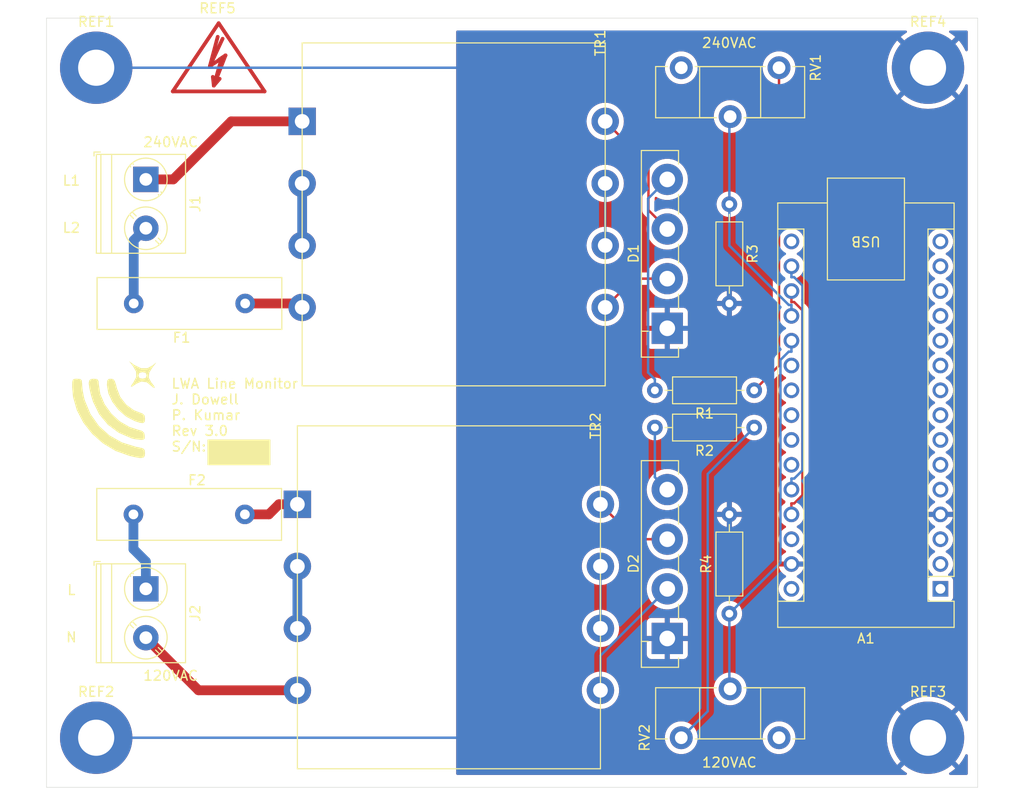
<source format=kicad_pcb>
(kicad_pcb (version 20240108) (generator "pcbnew") (generator_version "8.0")
  (layers (0 "F.Cu" signal) (31 "B.Cu" signal) (34 "B.Paste" user) (35 "F.Paste" user) (36 "B.SilkS" user "B.Silkscreen") (37 "F.SilkS" user "F.Silkscreen") (38 "B.Mask" user) (39 "F.Mask" user) (44 "Edge.Cuts" user))
  (net 0 "")
  (net 1 "Net-(A1-Pad16)")
  (net 2 "Net-(A1-Pad15)")
  (net 3 "Net-(A1-Pad30)")
  (net 4 "Net-(A1-Pad14)")
  (net 5 "GND")
  (net 6 "Net-(A1-Pad13)")
  (net 7 "Net-(A1-Pad28)")
  (net 8 "Net-(A1-Pad12)")
  (net 9 "+5VDC")
  (net 10 "Net-(A1-Pad11)")
  (net 11 "Net-(A1-Pad10)")
  (net 12 "Net-(A1-Pad25)")
  (net 13 "Net-(A1-Pad9)")
  (net 14 "Net-(A1-Pad24)")
  (net 15 "Net-(A1-Pad8)")
  (net 16 "Net-(A1-Pad23)")
  (net 17 "Net-(A1-Pad7)")
  (net 18 "Net-(A1-Pad22)")
  (net 19 "Net-(A1-Pad6)")
  (net 20 "Net-(A1-Pad21)")
  (net 21 "Net-(A1-Pad5)")
  (net 22 "120VAC_ADC")
  (net 23 "240VAC_ADC")
  (net 24 "Net-(A1-Pad3)")
  (net 25 "Net-(A1-Pad2)")
  (net 26 "Net-(A1-Pad1)")
  (net 27 "Net-(D1-Pad2)")
  (net 28 "Net-(D1-Pad3)")
  (net 29 "Net-(D1-Pad4)")
  (net 30 "Net-(D2-Pad2)")
  (net 31 "Net-(D2-Pad3)")
  (net 32 "Net-(D2-Pad4)")
  (net 33 "240VAC_L2")
  (net 34 "240VAC_L1")
  (net 35 "120VAC_N")
  (net 36 "120VAC_L")
  (net 37 "Net-(TR1-Pad2)")
  (net 38 "Net-(F1-Pad1)")
  (net 39 "Net-(F2-Pad2)")
  (net 40 "+3VDC3")
  (net 41 "Net-(RV1-Pad3)")
  (net 42 "Net-(RV2-Pad3)")
  (net 43 "Net-(TR1-Pad6)")
  (net 44 "Net-(TR2-Pad6)")
  (net 45 "Net-(TR2-Pad2)")
  (net 46 "Net-(R1-Pad1)")
  (net 47 "Net-(R2-Pad1)")
  (footprint "VoltageMeter:Arduino_Nano" (layer "F.Cu") (at 144.78 162.56 180)
    (property "Reference" "A1" (at 7.62 -5.08 180) (layer "F.SilkS"))
    (property "Value" "Arduino_Nano_v3.x")
    (fp_line (start 16.64 39.5) (end 16.64 -3.94) (stroke (width 0.12)) (layer "F.SilkS"))
    (fp_line (start 16.64 39.5) (end 11.56 39.5) (stroke (width 0.12)) (layer "F.SilkS"))
    (fp_line (start 16.64 -3.94) (end -1.4 -3.94) (stroke (width 0.12)) (layer "F.SilkS"))
    (fp_line (start 13.97 36.83) (end 16.64 36.83) (stroke (width 0.12)) (layer "F.SilkS"))
    (fp_line (start 13.97 -1.27) (end 16.64 -1.27) (stroke (width 0.12)) (layer "F.SilkS"))
    (fp_line (start 13.97 -1.27) (end 13.97 36.83) (stroke (width 0.12)) (layer "F.SilkS"))
    (fp_line (start 11.56 42.04) (end 3.68 42.04) (stroke (width 0.12)) (layer "F.SilkS"))
    (fp_line (start 11.56 31.62) (end 11.56 42.04) (stroke (width 0.12)) (layer "F.SilkS"))
    (fp_line (start 3.68 42.04) (end 3.68 31.62) (stroke (width 0.12)) (layer "F.SilkS"))
    (fp_line (start 3.68 31.62) (end 11.56 31.62) (stroke (width 0.12)) (layer "F.SilkS"))
    (fp_line (start 1.27 36.83) (end -1.4 36.83) (stroke (width 0.12)) (layer "F.SilkS"))
    (fp_line (start 1.27 1.27) (end 1.27 36.83) (stroke (width 0.12)) (layer "F.SilkS"))
    (fp_line (start 1.27 1.27) (end 1.27 -1.27) (stroke (width 0.12)) (layer "F.SilkS"))
    (fp_line (start 1.27 1.27) (end -1.4 1.27) (stroke (width 0.12)) (layer "F.SilkS"))
    (fp_line (start 1.27 -1.27) (end -1.4 -1.27) (stroke (width 0.12)) (layer "F.SilkS"))
    (fp_line (start -1.4 39.5) (end 3.68 39.5) (stroke (width 0.12)) (layer "F.SilkS"))
    (fp_line (start -1.4 1.27) (end -1.4 39.5) (stroke (width 0.12)) (layer "F.SilkS"))
    (fp_line (start -1.4 -3.94) (end -1.4 -1.27) (stroke (width 0.12)) (layer "F.SilkS"))
    (fp_text user "USB" (at 7.62 35.56 180) (layer "F.SilkS"))
    (pad "1" thru_hole rect (at 0 0 180) (size 1.6 1.6) (drill 1) (layers "*.Cu" "*.Mask") (net 26 "Net-(A1-Pad1)"))
    (pad "2" thru_hole oval (at 0 2.54 180) (size 1.6 1.6) (drill 1) (layers "*.Cu" "*.Mask") (net 25 "Net-(A1-Pad2)"))
    (pad "3" thru_hole oval (at 0 5.08 180) (size 1.6 1.6) (drill 1) (layers "*.Cu" "*.Mask") (net 24 "Net-(A1-Pad3)"))
    (pad "4" thru_hole oval (at 0 7.62 180) (size 1.6 1.6) (drill 1) (layers "*.Cu" "*.Mask") (net 5 "GND"))
    (pad "5" thru_hole oval (at 0 10.16 180) (size 1.6 1.6) (drill 1) (layers "*.Cu" "*.Mask") (net 21 "Net-(A1-Pad5)"))
    (pad "6" thru_hole oval (at 0 12.7 180) (size 1.6 1.6) (drill 1) (layers "*.Cu" "*.Mask") (net 19 "Net-(A1-Pad6)"))
    (pad "7" thru_hole oval (at 0 15.24 180) (size 1.6 1.6) (drill 1) (layers "*.Cu" "*.Mask") (net 17 "Net-(A1-Pad7)"))
    (pad "8" thru_hole oval (at 0 17.78 180) (size 1.6 1.6) (drill 1) (layers "*.Cu" "*.Mask") (net 15 "Net-(A1-Pad8)"))
    (pad "9" thru_hole oval (at 0 20.32 180) (size 1.6 1.6) (drill 1) (layers "*.Cu" "*.Mask") (net 13 "Net-(A1-Pad9)"))
    (pad "10" thru_hole oval (at 0 22.86 180) (size 1.6 1.6) (drill 1) (layers "*.Cu" "*.Mask") (net 11 "Net-(A1-Pad10)"))
    (pad "11" thru_hole oval (at 0 25.4 180) (size 1.6 1.6) (drill 1) (layers "*.Cu" "*.Mask") (net 10 "Net-(A1-Pad11)"))
    (pad "12" thru_hole oval (at 0 27.94 180) (size 1.6 1.6) (drill 1) (layers "*.Cu" "*.Mask") (net 8 "Net-(A1-Pad12)"))
    (pad "13" thru_hole oval (at 0 30.48 180) (size 1.6 1.6) (drill 1) (layers "*.Cu" "*.Mask") (net 6 "Net-(A1-Pad13)"))
    (pad "14" thru_hole oval (at 0 33.02 180) (size 1.6 1.6) (drill 1) (layers "*.Cu" "*.Mask") (net 4 "Net-(A1-Pad14)"))
    (pad "15" thru_hole oval (at 0 35.56 180) (size 1.6 1.6) (drill 1) (layers "*.Cu" "*.Mask") (net 2 "Net-(A1-Pad15)"))
    (pad "16" thru_hole oval (at 15.24 35.56 180) (size 1.6 1.6) (drill 1) (layers "*.Cu" "*.Mask") (net 1 "Net-(A1-Pad16)"))
    (pad "17" thru_hole oval (at 15.24 33.02 180) (size 1.6 1.6) (drill 1) (layers "*.Cu" "*.Mask") (net 40 "+3VDC3"))
    (pad "18" thru_hole oval (at 15.24 30.48 180) (size 1.6 1.6) (drill 1) (layers "*.Cu" "*.Mask") (net 9 "+5VDC"))
    (pad "19" thru_hole oval (at 15.24 27.94 180) (size 1.6 1.6) (drill 1) (layers "*.Cu" "*.Mask") (net 23 "240VAC_ADC"))
    (pad "20" thru_hole oval (at 15.24 25.4 180) (size 1.6 1.6) (drill 1) (layers "*.Cu" "*.Mask") (net 22 "120VAC_ADC"))
    (pad "21" thru_hole oval (at 15.24 22.86 180) (size 1.6 1.6) (drill 1) (layers "*.Cu" "*.Mask") (net 20 "Net-(A1-Pad21)"))
    (pad "22" thru_hole oval (at 15.24 20.32 180) (size 1.6 1.6) (drill 1) (layers "*.Cu" "*.Mask") (net 18 "Net-(A1-Pad22)"))
    (pad "23" thru_hole oval (at 15.24 17.78 180) (size 1.6 1.6) (drill 1) (layers "*.Cu" "*.Mask") (net 16 "Net-(A1-Pad23)"))
    (pad "24" thru_hole oval (at 15.24 15.24 180) (size 1.6 1.6) (drill 1) (layers "*.Cu" "*.Mask") (net 14 "Net-(A1-Pad24)"))
    (pad "25" thru_hole oval (at 15.24 12.7 180) (size 1.6 1.6) (drill 1) (layers "*.Cu" "*.Mask") (net 12 "Net-(A1-Pad25)"))
    (pad "26" thru_hole oval (at 15.24 10.16 180) (size 1.6 1.6) (drill 1) (layers "*.Cu" "*.Mask") (net 40 "+3VDC3"))
    (pad "27" thru_hole oval (at 15.24 7.62 180) (size 1.6 1.6) (drill 1) (layers "*.Cu" "*.Mask") (net 9 "+5VDC"))
    (pad "28" thru_hole oval (at 15.24 5.08 180) (size 1.6 1.6) (drill 1) (layers "*.Cu" "*.Mask") (net 7 "Net-(A1-Pad28)"))
    (pad "29" thru_hole oval (at 15.24 2.54 180) (size 1.6 1.6) (drill 1) (layers "*.Cu" "*.Mask") (net 5 "GND"))
    (pad "30" thru_hole oval (at 15.24 0 180) (size 1.6 1.6) (drill 1) (layers "*.Cu" "*.Mask") (net 3 "Net-(A1-Pad30)"))
  )
  (footprint "Diode_THT:Diode_Bridge_Vishay_GBL" (layer "F.Cu") (at 116.84 135.89 90)
    (property "Reference" "D1" (at 7.65 -3.45 90) (layer "F.SilkS"))
    (property "Value" "B40C5000-3x00A")
    (fp_line (start 18.2 -2.65) (end -2.95 -2.65) (stroke (width 0.12)) (layer "F.SilkS"))
    (fp_line (start -0.3 -2.65) (end -0.3 -1.95) (stroke (width 0.12)) (layer "F.SilkS"))
    (fp_line (start -2.95 -2.65) (end -2.95 1.15) (stroke (width 0.12)) (layer "F.SilkS"))
    (fp_line (start 18.2 1.15) (end 18.2 -2.65) (stroke (width 0.12)) (layer "F.SilkS"))
    (fp_line (start 16.8 1.15) (end 18.2 1.15) (stroke (width 0.12)) (layer "F.SilkS"))
    (fp_line (start 11.7 1.15) (end 13.7 1.15) (stroke (width 0.12)) (layer "F.SilkS"))
    (fp_line (start 6.7 1.15) (end 8.6 1.15) (stroke (width 0.12)) (layer "F.SilkS"))
    (fp_line (start 2 1.15) (end 3.5 1.15) (stroke (width 0.12)) (layer "F.SilkS"))
    (fp_line (start -2.95 1.15) (end -2 1.15) (stroke (width 0.12)) (layer "F.SilkS"))
    (pad "1" thru_hole rect (at 0 0 270) (size 3.2 3.2) (drill 1.6) (layers "*.Cu" "*.Mask") (net 5 "GND"))
    (pad "2" thru_hole circle (at 5.08 0 270) (size 3.2 3.2) (drill 1.6) (layers "*.Cu" "*.Mask") (net 27 "Net-(D1-Pad2)"))
    (pad "3" thru_hole circle (at 10.16 0 270) (size 3.2 3.2) (drill 1.6) (layers "*.Cu" "*.Mask") (net 28 "Net-(D1-Pad3)"))
    (pad "4" thru_hole circle (at 15.24 0 270) (size 3.2 3.2) (drill 1.6) (layers "*.Cu" "*.Mask") (net 29 "Net-(D1-Pad4)"))
  )
  (footprint "Diode_THT:Diode_Bridge_Vishay_GBL" (layer "F.Cu") (at 116.84 167.64 90)
    (property "Reference" "D2" (at 7.65 -3.45 90) (layer "F.SilkS"))
    (property "Value" "B40C5000-3x00A")
    (fp_line (start 18.2 -2.65) (end -2.95 -2.65) (stroke (width 0.12)) (layer "F.SilkS"))
    (fp_line (start -0.3 -2.65) (end -0.3 -1.95) (stroke (width 0.12)) (layer "F.SilkS"))
    (fp_line (start -2.95 -2.65) (end -2.95 1.15) (stroke (width 0.12)) (layer "F.SilkS"))
    (fp_line (start 18.2 1.15) (end 18.2 -2.65) (stroke (width 0.12)) (layer "F.SilkS"))
    (fp_line (start 16.8 1.15) (end 18.2 1.15) (stroke (width 0.12)) (layer "F.SilkS"))
    (fp_line (start 11.7 1.15) (end 13.7 1.15) (stroke (width 0.12)) (layer "F.SilkS"))
    (fp_line (start 6.7 1.15) (end 8.6 1.15) (stroke (width 0.12)) (layer "F.SilkS"))
    (fp_line (start 2 1.15) (end 3.5 1.15) (stroke (width 0.12)) (layer "F.SilkS"))
    (fp_line (start -2.95 1.15) (end -2 1.15) (stroke (width 0.12)) (layer "F.SilkS"))
    (pad "1" thru_hole rect (at 0 0 270) (size 3.2 3.2) (drill 1.6) (layers "*.Cu" "*.Mask") (net 5 "GND"))
    (pad "2" thru_hole circle (at 5.08 0 270) (size 3.2 3.2) (drill 1.6) (layers "*.Cu" "*.Mask") (net 30 "Net-(D2-Pad2)"))
    (pad "3" thru_hole circle (at 10.16 0 270) (size 3.2 3.2) (drill 1.6) (layers "*.Cu" "*.Mask") (net 31 "Net-(D2-Pad3)"))
    (pad "4" thru_hole circle (at 15.24 0 270) (size 3.2 3.2) (drill 1.6) (layers "*.Cu" "*.Mask") (net 32 "Net-(D2-Pad4)"))
  )
  (footprint "TerminalBlock_Phoenix:TerminalBlock_Phoenix_PT-1,5-2-5.0-H_1x02_P5.00mm_Horizontal" (layer "F.Cu") (at 63.5 120.65 -90)
    (property "Reference" "J1" (at 2.5 -5.06 -90) (layer "F.SilkS"))
    (property "Value" "Conn_01x02_Male")
    (fp_line (start -2.8 5.3) (end -2.4 5.3) (stroke (width 0.12)) (layer "F.SilkS"))
    (fp_line (start -2.56 5.06) (end 7.56 5.06) (stroke (width 0.12)) (layer "F.SilkS"))
    (fp_line (start -2.8 4.66) (end -2.8 5.3) (stroke (width 0.12)) (layer "F.SilkS"))
    (fp_line (start -2.56 4.6) (end 7.56 4.6) (stroke (width 0.12)) (layer "F.SilkS"))
    (fp_line (start -2.56 3.5) (end 7.56 3.5) (stroke (width 0.12)) (layer "F.SilkS"))
    (fp_line (start -1.282 1.547) (end -1.388 1.654) (stroke (width 0.12)) (layer "F.SilkS"))
    (fp_line (start -1.548 1.281) (end -1.654 1.388) (stroke (width 0.12)) (layer "F.SilkS"))
    (fp_line (start 3.993 1.274) (end 3.613 1.654) (stroke (width 0.12)) (layer "F.SilkS"))
    (fp_line (start 3.742 0.992) (end 3.347 1.388) (stroke (width 0.12)) (layer "F.SilkS"))
    (fp_line (start 1.654 -1.388) (end 1.547 -1.281) (stroke (width 0.12)) (layer "F.SilkS"))
    (fp_line (start 6.654 -1.388) (end 6.259 -0.992) (stroke (width 0.12)) (layer "F.SilkS"))
    (fp_line (start 1.388 -1.654) (end 1.281 -1.547) (stroke (width 0.12)) (layer "F.SilkS"))
    (fp_line (start 6.388 -1.654) (end 6.008 -1.274) (stroke (width 0.12)) (layer "F.SilkS"))
    (fp_line (start -2.56 -4.06) (end -2.56 5.06) (stroke (width 0.12)) (layer "F.SilkS"))
    (fp_line (start -2.56 -4.06) (end 7.56 -4.06) (stroke (width 0.12)) (layer "F.SilkS"))
    (fp_line (start 7.56 -4.06) (end 7.56 5.06) (stroke (width 0.12)) (layer "F.SilkS"))
    (fp_circle (center 0 0) (end 2.18 0) (stroke (width 0.12)) (fill none) (layer "F.SilkS"))
    (fp_circle (center 5 0) (end 7.18 0) (stroke (width 0.12)) (fill none) (layer "F.SilkS"))
    (pad "1" thru_hole rect (at 0 0 270) (size 2.6 2.6) (drill 1.3) (layers "*.Cu" "*.Mask") (net 34 "240VAC_L1"))
    (pad "2" thru_hole circle (at 5 0 270) (size 2.6 2.6) (drill 1.3) (layers "*.Cu" "*.Mask") (net 33 "240VAC_L2"))
  )
  (footprint "TerminalBlock_Phoenix:TerminalBlock_Phoenix_PT-1,5-2-5.0-H_1x02_P5.00mm_Horizontal" (layer "F.Cu") (at 63.5 162.56 -90)
    (property "Reference" "J2" (at 2.5 -5.06 -90) (layer "F.SilkS"))
    (property "Value" "Conn_01x02_Male")
    (fp_line (start -2.8 5.3) (end -2.4 5.3) (stroke (width 0.12)) (layer "F.SilkS"))
    (fp_line (start -2.56 5.06) (end 7.56 5.06) (stroke (width 0.12)) (layer "F.SilkS"))
    (fp_line (start -2.8 4.66) (end -2.8 5.3) (stroke (width 0.12)) (layer "F.SilkS"))
    (fp_line (start -2.56 4.6) (end 7.56 4.6) (stroke (width 0.12)) (layer "F.SilkS"))
    (fp_line (start -2.56 3.5) (end 7.56 3.5) (stroke (width 0.12)) (layer "F.SilkS"))
    (fp_line (start -1.282 1.547) (end -1.388 1.654) (stroke (width 0.12)) (layer "F.SilkS"))
    (fp_line (start -1.548 1.281) (end -1.654 1.388) (stroke (width 0.12)) (layer "F.SilkS"))
    (fp_line (start 3.993 1.274) (end 3.613 1.654) (stroke (width 0.12)) (layer "F.SilkS"))
    (fp_line (start 3.742 0.992) (end 3.347 1.388) (stroke (width 0.12)) (layer "F.SilkS"))
    (fp_line (start 1.654 -1.388) (end 1.547 -1.281) (stroke (width 0.12)) (layer "F.SilkS"))
    (fp_line (start 6.654 -1.388) (end 6.259 -0.992) (stroke (width 0.12)) (layer "F.SilkS"))
    (fp_line (start 1.388 -1.654) (end 1.281 -1.547) (stroke (width 0.12)) (layer "F.SilkS"))
    (fp_line (start 6.388 -1.654) (end 6.008 -1.274) (stroke (width 0.12)) (layer "F.SilkS"))
    (fp_line (start -2.56 -4.06) (end -2.56 5.06) (stroke (width 0.12)) (layer "F.SilkS"))
    (fp_line (start -2.56 -4.06) (end 7.56 -4.06) (stroke (width 0.12)) (layer "F.SilkS"))
    (fp_line (start 7.56 -4.06) (end 7.56 5.06) (stroke (width 0.12)) (layer "F.SilkS"))
    (fp_circle (center 0 0) (end 2.18 0) (stroke (width 0.12)) (fill none) (layer "F.SilkS"))
    (fp_circle (center 5 0) (end 7.18 0) (stroke (width 0.12)) (fill none) (layer "F.SilkS"))
    (pad "1" thru_hole rect (at 0 0 270) (size 2.6 2.6) (drill 1.3) (layers "*.Cu" "*.Mask") (net 36 "120VAC_L"))
    (pad "2" thru_hole circle (at 5 0 270) (size 2.6 2.6) (drill 1.3) (layers "*.Cu" "*.Mask") (net 35 "120VAC_N"))
  )
  (footprint "VoltageMeter:4900-XXXXRA60" (layer "F.Cu") (at 110.49 106.68 -90)
    (property "Reference" "TR1" (at 0 0.5 90) (layer "F.SilkS"))
    (property "Value" "TRANSF6")
    (fp_line (start 0 31) (end 35.1 31) (stroke (width 0.12)) (layer "F.SilkS"))
    (fp_line (start 0 31) (end 0 0) (stroke (width 0.12)) (layer "F.SilkS"))
    (fp_line (start 0 0) (end 35.1 0) (stroke (width 0.12)) (layer "F.SilkS"))
    (fp_line (start 35.1 0) (end 35.1 31) (stroke (width 0.12)) (layer "F.SilkS"))
    (pad "1" thru_hole rect (at 8.03 31 270) (size 2.8 2.8) (drill 1.5) (layers "*.Cu" "*.Mask") (net 34 "240VAC_L1"))
    (pad "2" thru_hole circle (at 14.38 31 270) (size 2.8 2.8) (drill 1.5) (layers "*.Cu" "*.Mask") (net 37 "Net-(TR1-Pad2)"))
    (pad "3" thru_hole circle (at 20.73 31 270) (size 2.8 2.8) (drill 1.5) (layers "*.Cu" "*.Mask") (net 37 "Net-(TR1-Pad2)"))
    (pad "4" thru_hole circle (at 27.07 31 270) (size 2.8 2.8) (drill 1.5) (layers "*.Cu" "*.Mask") (net 38 "Net-(F1-Pad1)"))
    (pad "5" thru_hole circle (at 8.03 0 270) (size 2.8 2.8) (drill 1.5) (layers "*.Cu" "*.Mask") (net 28 "Net-(D1-Pad3)"))
    (pad "6" thru_hole circle (at 14.38 0 270) (size 2.8 2.8) (drill 1.5) (layers "*.Cu" "*.Mask") (net 43 "Net-(TR1-Pad6)"))
    (pad "7" thru_hole circle (at 20.73 0 270) (size 2.8 2.8) (drill 1.5) (layers "*.Cu" "*.Mask") (net 43 "Net-(TR1-Pad6)"))
    (pad "8" thru_hole circle (at 27.07 0 270) (size 2.8 2.8) (drill 1.5) (layers "*.Cu" "*.Mask") (net 27 "Net-(D1-Pad2)"))
  )
  (footprint "VoltageMeter:4900-XXXXRA60" (layer "F.Cu") (at 110.003 145.875 -90)
    (property "Reference" "TR2" (at 0 0.5 90) (layer "F.SilkS"))
    (property "Value" "TRANSF6")
    (fp_line (start 0 31) (end 35.1 31) (stroke (width 0.12)) (layer "F.SilkS"))
    (fp_line (start 0 31) (end 0 0) (stroke (width 0.12)) (layer "F.SilkS"))
    (fp_line (start 0 0) (end 35.1 0) (stroke (width 0.12)) (layer "F.SilkS"))
    (fp_line (start 35.1 0) (end 35.1 31) (stroke (width 0.12)) (layer "F.SilkS"))
    (pad "1" thru_hole rect (at 8.03 31 270) (size 2.8 2.8) (drill 1.5) (layers "*.Cu" "*.Mask") (net 39 "Net-(F2-Pad2)"))
    (pad "2" thru_hole circle (at 14.38 31 270) (size 2.8 2.8) (drill 1.5) (layers "*.Cu" "*.Mask") (net 45 "Net-(TR2-Pad2)"))
    (pad "3" thru_hole circle (at 20.73 31 270) (size 2.8 2.8) (drill 1.5) (layers "*.Cu" "*.Mask") (net 45 "Net-(TR2-Pad2)"))
    (pad "4" thru_hole circle (at 27.07 31 270) (size 2.8 2.8) (drill 1.5) (layers "*.Cu" "*.Mask") (net 35 "120VAC_N"))
    (pad "5" thru_hole circle (at 8.03 0 270) (size 2.8 2.8) (drill 1.5) (layers "*.Cu" "*.Mask") (net 31 "Net-(D2-Pad3)"))
    (pad "6" thru_hole circle (at 14.38 0 270) (size 2.8 2.8) (drill 1.5) (layers "*.Cu" "*.Mask") (net 44 "Net-(TR2-Pad6)"))
    (pad "7" thru_hole circle (at 20.73 0 270) (size 2.8 2.8) (drill 1.5) (layers "*.Cu" "*.Mask") (net 44 "Net-(TR2-Pad6)"))
    (pad "8" thru_hole circle (at 27.07 0 270) (size 2.8 2.8) (drill 1.5) (layers "*.Cu" "*.Mask") (net 30 "Net-(D2-Pad2)"))
  )
  (footprint "Resistor_THT:R_Axial_DIN0207_L6.3mm_D2.5mm_P10.16mm_Horizontal" (layer "F.Cu") (at 123.19 123.19 -90)
    (property "Reference" "R3" (at 5.08 -2.37 -90) (layer "F.SilkS"))
    (property "Value" "120k")
    (fp_line (start 1.81 1.37) (end 8.35 1.37) (stroke (width 0.12)) (layer "F.SilkS"))
    (fp_line (start 8.35 1.37) (end 8.35 -1.37) (stroke (width 0.12)) (layer "F.SilkS"))
    (fp_line (start 1.04 0) (end 1.81 0) (stroke (width 0.12)) (layer "F.SilkS"))
    (fp_line (start 9.12 0) (end 8.35 0) (stroke (width 0.12)) (layer "F.SilkS"))
    (fp_line (start 1.81 -1.37) (end 1.81 1.37) (stroke (width 0.12)) (layer "F.SilkS"))
    (fp_line (start 8.35 -1.37) (end 1.81 -1.37) (stroke (width 0.12)) (layer "F.SilkS"))
    (pad "1" thru_hole circle (at 0 0 270) (size 1.6 1.6) (drill 0.8) (layers "*.Cu" "*.Mask") (net 23 "240VAC_ADC"))
    (pad "2" thru_hole oval (at 10.16 0 270) (size 1.6 1.6) (drill 0.8) (layers "*.Cu" "*.Mask") (net 5 "GND"))
  )
  (footprint "Potentiometer_THT:Potentiometer_Piher_PT-15-H05_Horizontal" (layer "F.Cu") (at 128.27 109.22 -90)
    (property "Reference" "RV1" (at 0 -3.75 90) (layer "F.SilkS"))
    (property "Value" "10k")
    (fp_line (start -0.121 12.62) (end 5.12 12.62) (stroke (width 0.12)) (layer "F.SilkS"))
    (fp_line (start -0.121 11.425) (end -0.121 12.62) (stroke (width 0.12)) (layer "F.SilkS"))
    (fp_line (start -0.121 8.121) (end 5.12 8.121) (stroke (width 0.12)) (layer "F.SilkS"))
    (fp_line (start 5.12 6.425) (end 5.12 12.62) (stroke (width 0.12)) (layer "F.SilkS"))
    (fp_line (start 5.12 6.425) (end 5.12 8.121) (stroke (width 0.12)) (layer "F.SilkS"))
    (fp_line (start -0.121 1.88) (end -0.121 8.121) (stroke (width 0.12)) (layer "F.SilkS"))
    (fp_line (start -0.121 1.88) (end 5.12 1.88) (stroke (width 0.12)) (layer "F.SilkS"))
    (fp_line (start 5.12 1.88) (end 5.12 3.575) (stroke (width 0.12)) (layer "F.SilkS"))
    (fp_line (start -0.121 1.426) (end -0.121 8.575) (stroke (width 0.12)) (layer "F.SilkS"))
    (fp_line (start -0.121 -2.62) (end -0.121 -1.426) (stroke (width 0.12)) (layer "F.SilkS"))
    (fp_line (start -0.121 -2.62) (end 5.12 -2.62) (stroke (width 0.12)) (layer "F.SilkS"))
    (fp_line (start 5.12 -2.62) (end 5.12 3.575) (stroke (width 0.12)) (layer "F.SilkS"))
    (pad "1" thru_hole circle (at 0 0 270) (size 2.34 2.34) (drill 1.3) (layers "*.Cu" "*.Mask") (net 46 "Net-(R1-Pad1)"))
    (pad "2" thru_hole circle (at 5 5 270) (size 2.34 2.34) (drill 1.3) (layers "*.Cu" "*.Mask") (net 23 "240VAC_ADC"))
    (pad "3" thru_hole circle (at 0 10 270) (size 2.34 2.34) (drill 1.3) (layers "*.Cu" "*.Mask") (net 41 "Net-(RV1-Pad3)"))
  )
  (footprint "Potentiometer_THT:Potentiometer_Piher_PT-15-H05_Horizontal" (layer "F.Cu") (at 118.27 177.8 90)
    (property "Reference" "RV2" (at 0 -3.75 90) (layer "F.SilkS"))
    (property "Value" "10k")
    (fp_line (start 5.12 -2.62) (end 5.12 3.575) (stroke (width 0.12)) (layer "F.SilkS"))
    (fp_line (start -0.121 -2.62) (end 5.12 -2.62) (stroke (width 0.12)) (layer "F.SilkS"))
    (fp_line (start -0.121 -2.62) (end -0.121 -1.426) (stroke (width 0.12)) (layer "F.SilkS"))
    (fp_line (start -0.121 1.426) (end -0.121 8.575) (stroke (width 0.12)) (layer "F.SilkS"))
    (fp_line (start 5.12 1.88) (end 5.12 3.575) (stroke (width 0.12)) (layer "F.SilkS"))
    (fp_line (start -0.121 1.88) (end 5.12 1.88) (stroke (width 0.12)) (layer "F.SilkS"))
    (fp_line (start -0.121 1.88) (end -0.121 8.121) (stroke (width 0.12)) (layer "F.SilkS"))
    (fp_line (start 5.12 6.425) (end 5.12 8.121) (stroke (width 0.12)) (layer "F.SilkS"))
    (fp_line (start 5.12 6.425) (end 5.12 12.62) (stroke (width 0.12)) (layer "F.SilkS"))
    (fp_line (start -0.121 8.121) (end 5.12 8.121) (stroke (width 0.12)) (layer "F.SilkS"))
    (fp_line (start -0.121 11.425) (end -0.121 12.62) (stroke (width 0.12)) (layer "F.SilkS"))
    (fp_line (start -0.121 12.62) (end 5.12 12.62) (stroke (width 0.12)) (layer "F.SilkS"))
    (pad "1" thru_hole circle (at 0 0 90) (size 2.34 2.34) (drill 1.3) (layers "*.Cu" "*.Mask") (net 47 "Net-(R2-Pad1)"))
    (pad "2" thru_hole circle (at 5 5 90) (size 2.34 2.34) (drill 1.3) (layers "*.Cu" "*.Mask") (net 22 "120VAC_ADC"))
    (pad "3" thru_hole circle (at 0 10 90) (size 2.34 2.34) (drill 1.3) (layers "*.Cu" "*.Mask") (net 42 "Net-(RV2-Pad3)"))
  )
  (footprint "Fuse:Fuse_Littelfuse-LVR100" (layer "F.Cu") (at 73.66 133.35 180)
    (property "Reference" "F1" (at 6.5 -3.5 180) (layer "F.SilkS"))
    (property "Value" "Fuse")
    (fp_line (start 15.15 2.65) (end 15.15 -2.65) (stroke (width 0.12)) (layer "F.SilkS"))
    (fp_line (start 15.15 2.65) (end -3.75 2.65) (stroke (width 0.12)) (layer "F.SilkS"))
    (fp_line (start -3.75 -2.65) (end 15.15 -2.65) (stroke (width 0.12)) (layer "F.SilkS"))
    (fp_line (start -3.75 -2.65) (end -3.75 2.65) (stroke (width 0.12)) (layer "F.SilkS"))
    (pad "1" thru_hole circle (at 0 0 180) (size 2 2) (drill 1) (layers "*.Cu" "*.Mask") (net 38 "Net-(F1-Pad1)"))
    (pad "2" thru_hole circle (at 11.4 0 180) (size 2 2) (drill 1) (layers "*.Cu" "*.Mask") (net 33 "240VAC_L2"))
  )
  (footprint "Fuse:Fuse_Littelfuse-LVR100" (layer "F.Cu") (at 62.23 154.94)
    (property "Reference" "F2" (at 6.5 -3.5 0) (layer "F.SilkS"))
    (property "Value" "Fuse")
    (fp_line (start -3.75 -2.65) (end -3.75 2.65) (stroke (width 0.12)) (layer "F.SilkS"))
    (fp_line (start -3.75 -2.65) (end 15.15 -2.65) (stroke (width 0.12)) (layer "F.SilkS"))
    (fp_line (start 15.15 2.65) (end -3.75 2.65) (stroke (width 0.12)) (layer "F.SilkS"))
    (fp_line (start 15.15 2.65) (end 15.15 -2.65) (stroke (width 0.12)) (layer "F.SilkS"))
    (pad "1" thru_hole circle (at 0 0) (size 2 2) (drill 1) (layers "*.Cu" "*.Mask") (net 36 "120VAC_L"))
    (pad "2" thru_hole circle (at 11.4 0) (size 2 2) (drill 1) (layers "*.Cu" "*.Mask") (net 39 "Net-(F2-Pad2)"))
  )
  (footprint "Resistor_THT:R_Axial_DIN0207_L6.3mm_D2.5mm_P10.16mm_Horizontal" (layer "F.Cu") (at 123.19 165.1 90)
    (property "Reference" "R4" (at 5.08 -2.37 90) (layer "F.SilkS"))
    (property "Value" "120k")
    (fp_line (start 8.35 -1.37) (end 1.81 -1.37) (stroke (width 0.12)) (layer "F.SilkS"))
    (fp_line (start 1.81 -1.37) (end 1.81 1.37) (stroke (width 0.12)) (layer "F.SilkS"))
    (fp_line (start 9.12 0) (end 8.35 0) (stroke (width 0.12)) (layer "F.SilkS"))
    (fp_line (start 1.04 0) (end 1.81 0) (stroke (width 0.12)) (layer "F.SilkS"))
    (fp_line (start 8.35 1.37) (end 8.35 -1.37) (stroke (width 0.12)) (layer "F.SilkS"))
    (fp_line (start 1.81 1.37) (end 8.35 1.37) (stroke (width 0.12)) (layer "F.SilkS"))
    (pad "1" thru_hole circle (at 0 0 90) (size 1.6 1.6) (drill 0.8) (layers "*.Cu" "*.Mask") (net 22 "120VAC_ADC"))
    (pad "2" thru_hole oval (at 10.16 0 90) (size 1.6 1.6) (drill 0.8) (layers "*.Cu" "*.Mask") (net 5 "GND"))
  )
  (footprint "MountingHole:MountingHole_3.7mm_Pad" (layer "F.Cu") (at 58.42 177.8)
    (property "Reference" "REF2" (at 0 -4.7 0) (layer "F.SilkS"))
    (property "Value" "MountingHole_3.7mm_Pad")
    (pad "1" thru_hole circle (at 0 0) (size 7.4 7.4) (drill 3.7) (layers "*.Cu" "*.Mask") (net 5 "GND"))
  )
  (footprint "MountingHole:MountingHole_3.7mm_Pad" (layer "F.Cu") (at 58.42 109.22)
    (property "Reference" "REF1" (at 0 -4.7 0) (layer "F.SilkS"))
    (property "Value" "MountingHole_3.7mm_Pad")
    (pad "1" thru_hole circle (at 0 0) (size 7.4 7.4) (drill 3.7) (layers "*.Cu" "*.Mask") (net 5 "GND"))
  )
  (footprint "MountingHole:MountingHole_3.7mm_Pad" (layer "F.Cu") (at 143.51 109.22)
    (property "Reference" "REF4" (at 0 -4.7 0) (layer "F.SilkS"))
    (property "Value" "MountingHole_3.7mm_Pad")
    (pad "1" thru_hole circle (at 0 0) (size 7.4 7.4) (drill 3.7) (layers "*.Cu" "*.Mask") (net 5 "GND"))
  )
  (footprint "MountingHole:MountingHole_3.7mm_Pad" (layer "F.Cu") (at 143.51 177.8)
    (property "Reference" "REF3" (at 0 -4.7 0) (layer "F.SilkS"))
    (property "Value" "MountingHole_3.7mm_Pad")
    (pad "1" thru_hole circle (at 0 0) (size 7.4 7.4) (drill 3.7) (layers "*.Cu" "*.Mask") (net 5 "GND"))
  )
  (footprint "Resistor_THT:R_Axial_DIN0207_L6.3mm_D2.5mm_P10.16mm_Horizontal" (layer "F.Cu") (at 125.73 142.24 180)
    (property "Reference" "R1" (at 5.08 -2.37 0) (layer "F.SilkS"))
    (property "Value" "665k")
    (fp_line (start 9.12 0) (end 8.35 0) (stroke (width 0.12)) (layer "F.SilkS"))
    (fp_line (start 8.35 1.37) (end 8.35 -1.37) (stroke (width 0.12)) (layer "F.SilkS"))
    (fp_line (start 8.35 -1.37) (end 1.81 -1.37) (stroke (width 0.12)) (layer "F.SilkS"))
    (fp_line (start 1.81 1.37) (end 8.35 1.37) (stroke (width 0.12)) (layer "F.SilkS"))
    (fp_line (start 1.81 -1.37) (end 1.81 1.37) (stroke (width 0.12)) (layer "F.SilkS"))
    (fp_line (start 1.04 0) (end 1.81 0) (stroke (width 0.12)) (layer "F.SilkS"))
    (pad "1" thru_hole circle (at 0 0 180) (size 1.6 1.6) (drill 0.8) (layers "*.Cu" "*.Mask") (net 46 "Net-(R1-Pad1)"))
    (pad "2" thru_hole oval (at 10.16 0 180) (size 1.6 1.6) (drill 0.8) (layers "*.Cu" "*.Mask") (net 29 "Net-(D1-Pad4)"))
  )
  (footprint "Resistor_THT:R_Axial_DIN0207_L6.3mm_D2.5mm_P10.16mm_Horizontal" (layer "F.Cu") (at 125.73 146.05 180)
    (property "Reference" "R2" (at 5.08 -2.37 0) (layer "F.SilkS"))
    (property "Value" "665k")
    (fp_line (start 9.12 0) (end 8.35 0) (stroke (width 0.12)) (layer "F.SilkS"))
    (fp_line (start 8.35 1.37) (end 8.35 -1.37) (stroke (width 0.12)) (layer "F.SilkS"))
    (fp_line (start 8.35 -1.37) (end 1.81 -1.37) (stroke (width 0.12)) (layer "F.SilkS"))
    (fp_line (start 1.81 1.37) (end 8.35 1.37) (stroke (width 0.12)) (layer "F.SilkS"))
    (fp_line (start 1.81 -1.37) (end 1.81 1.37) (stroke (width 0.12)) (layer "F.SilkS"))
    (fp_line (start 1.04 0) (end 1.81 0) (stroke (width 0.12)) (layer "F.SilkS"))
    (pad "1" thru_hole circle (at 0 0 180) (size 1.6 1.6) (drill 0.8) (layers "*.Cu" "*.Mask") (net 47 "Net-(R2-Pad1)"))
    (pad "2" thru_hole oval (at 10.16 0 180) (size 1.6 1.6) (drill 0.8) (layers "*.Cu" "*.Mask") (net 32 "Net-(D2-Pad4)"))
  )
  (footprint "VoltageMeter:LWA_Logo_Small_Silkscreen" (layer "F.Cu") (at 59.69 144.78)
    (property "Reference" "G***" (hide yes))
    (property "Value" "LOGO" (hide yes))
    (fp_poly (pts (xy 0.464457 -3.681593) (xy 0.62528 -3.498594) (xy 0.759414 -3.098669) (xy 0.835366 -2.778355) (xy 1.196325 -1.853304) (xy 1.7999 -1.07132) (xy 2.579629 -0.506525) (xy 3.038295 -0.321569) (xy 3.480449 -0.156704) (xy 3.679263 0.042342) (xy 3.725333 0.36547) (xy 3.687686 0.682452) (xy 3.531175 0.813855) (xy 3.190446 0.774937) (xy 2.679772 0.609578) (xy 1.801433 0.151005) (xy 1.018637 -0.526471) (xy 0.390121 -1.346761) (xy -0.025379 -2.233775) (xy -0.169333 -3.081248) (xy -0.141937 -3.505321) (xy -0.020543 -3.688115) (xy 0.227054 -3.725334) (xy 0.464457 -3.681593)) (stroke (width 0.01)) (fill solid) (layer "F.SilkS"))
    (fp_poly (pts (xy -1.16345 -3.682472) (xy -1.030726 -3.486443) (xy -1.016 -3.244246) (xy -0.855582 -2.16201) (xy -0.408101 -1.114454) (xy 0.275783 -0.161519) (xy 1.145407 0.636857) (xy 2.150113 1.220737) (xy 2.982123 1.486074) (xy 3.426091 1.617755) (xy 3.633038 1.8232) (xy 3.694247 2.080986) (xy 3.690069 2.40942) (xy 3.503994 2.520838) (xy 3.270914 2.525445) (xy 2.739404 2.465437) (xy 2.370667 2.381651) (xy 1.042127 1.809638) (xy -0.074718 0.979665) (xy -0.959165 -0.086552) (xy -1.590507 -1.367296) (xy -1.776163 -1.967596) (xy -1.962766 -2.748921) (xy -2.031675 -3.262627) (xy -1.975339 -3.56135) (xy -1.786207 -3.697726) (xy -1.524 -3.725334) (xy -1.16345 -3.682472)) (stroke (width 0.01)) (fill solid) (layer "F.SilkS"))
    (fp_poly (pts (xy -2.886237 -3.696532) (xy -2.742953 -3.544085) (xy -2.709655 -3.168933) (xy -2.709334 -3.078735) (xy -2.658916 -2.534975) (xy -2.53038 -1.867567) (xy -2.436856 -1.512401) (xy -1.854895 -0.113437) (xy -1.010869 1.086618) (xy 0.066889 2.063106) (xy 1.350047 2.791367) (xy 2.81027 3.246742) (xy 3.090333 3.297926) (xy 3.509259 3.397629) (xy 3.688206 3.571621) (xy 3.725333 3.902339) (xy 3.68822 4.197077) (xy 3.539115 4.354764) (xy 3.22137 4.384607) (xy 2.678338 4.295809) (xy 2.116667 4.163731) (xy 0.70807 3.657332) (xy -0.568702 2.893128) (xy -1.677594 1.914694) (xy -2.582552 0.765604) (xy -3.24752 -0.51057) (xy -3.636443 -1.870254) (xy -3.725333 -2.896504) (xy -3.713575 -3.390957) (xy -3.642231 -3.635059) (xy -3.4572 -3.717081) (xy -3.217333 -3.725334) (xy -2.886237 -3.696532)) (stroke (width 0.01)) (fill solid) (layer "F.SilkS"))
    (fp_poly (pts (xy 2.650807 -5.120403) (xy 3.329416 -4.797815) (xy 3.976516 -4.8009) (xy 4.55296 -5.122334) (xy 4.803649 -5.342007) (xy 4.849497 -5.356775) (xy 4.686588 -5.143923) (xy 4.52154 -4.940008) (xy 4.155552 -4.352036) (xy 4.100732 -3.841367) (xy 4.354387 -3.358079) (xy 4.431556 -3.271249) (xy 4.659765 -2.977382) (xy 4.714002 -2.796004) (xy 4.709687 -2.790576) (xy 4.547804 -2.828695) (xy 4.391422 -2.976882) (xy 3.894146 -3.369792) (xy 3.348901 -3.443349) (xy 2.853335 -3.225381) (xy 2.445246 -2.950399) (xy 2.280997 -2.908434) (xy 2.361627 -3.099171) (xy 2.52771 -3.324837) (xy 2.831402 -3.902228) (xy 2.82399 -4.064) (xy 3.048 -4.064) (xy 3.147217 -3.798431) (xy 3.471333 -3.725334) (xy 3.803295 -3.804708) (xy 3.894667 -4.064) (xy 3.795449 -4.32957) (xy 3.471333 -4.402667) (xy 3.139371 -4.323293) (xy 3.048 -4.064) (xy 2.82399 -4.064) (xy 2.805325 -4.471342) (xy 2.497667 -5.0129) (xy 2.116667 -5.499472) (xy 2.650807 -5.120403)) (stroke (width 0.01)) (fill solid) (layer "F.SilkS"))
  )
  (footprint "Symbol:Symbol_HighVoltage_Type2_CopperTop_VerySmall" (layer "F.Cu") (at 70.95 108.85)
    (property "Reference" "REF5" (at -0.127 -5.715 0) (layer "F.SilkS"))
    (property "Value" "Symbol_HighVoltage_Type2_CopperTop_VerySmall")
    (fp_line (start -4.699 2.794) (end 0 -4.191) (stroke (width 0.381)) (layer "F.Cu"))
    (fp_line (start -0.89916 0.20066) (end 0.29972 -0.59944) (stroke (width 0.381)) (layer "F.Cu"))
    (fp_line (start -0.89916 0.20066) (end 0.40132 -2.60096) (stroke (width 0.381)) (layer "F.Cu"))
    (fp_line (start -0.49784 2.19964) (end -0.59944 1.30048) (stroke (width 0.381)) (layer "F.Cu"))
    (fp_line (start -0.49784 2.19964) (end 0.1016 1.50114) (stroke (width 0.381)) (layer "F.Cu"))
    (fp_line (start -0.49784 2.19964) (end 0.70104 -0.89916) (stroke (width 0.381)) (layer "F.Cu"))
    (fp_line (start -0.09906 -2.79908) (end -0.89916 0.20066) (stroke (width 0.381)) (layer "F.Cu"))
    (fp_line (start 0 -4.191) (end 4.699 2.794) (stroke (width 0.381)) (layer "F.Cu"))
    (fp_line (start 0.29972 -0.59944) (end -0.49784 2.19964) (stroke (width 0.381)) (layer "F.Cu"))
    (fp_line (start 0.70104 -0.89916) (end 0.1016 -0.50038) (stroke (width 0.381)) (layer "F.Cu"))
    (fp_line (start 4.699 2.794) (end -4.699 2.794) (stroke (width 0.381)) (layer "F.Cu"))
  )
  (gr_poly (pts (xy 76.2 149.86) (xy 69.85 149.86) (xy 69.85 147.32) (xy 76.2 147.32)) (stroke (width 0.1)) (fill solid) (layer "F.SilkS"))
  (gr_line (start 53.34 182.88) (end 53.34 104.14) (stroke (width 0.05)) (layer "Edge.Cuts"))
  (gr_line (start 148.59 104.14) (end 148.59 182.88) (stroke (width 0.05)) (layer "Edge.Cuts"))
  (gr_line (start 148.59 182.88) (end 53.34 182.88) (stroke (width 0.05)) (layer "Edge.Cuts"))
  (gr_line (start 53.34 104.14) (end 148.59 104.14) (stroke (width 0.05)) (layer "Edge.Cuts"))
  (gr_text "240VAC" (at 123.19 106.68 0) (layer "F.SilkS") (effects (font (size 1 1))))
  (gr_text "120VAC" (at 123.19 180.34 0) (layer "F.SilkS") (effects (font (size 1 1))))
  (gr_text "L\n\n\nN" (at 55.88 165.1 0) (layer "F.SilkS") (effects (font (size 1 1))))
  (gr_text "240VAC" (at 66.04 116.84 0) (layer "F.SilkS") (effects (font (size 1 1))))
  (gr_text "120VAC" (at 66.04 171.45 0) (layer "F.SilkS") (effects (font (size 1 1))))
  (gr_text "L1\n\n\nL2" (at 55.88 123.19 0) (layer "F.SilkS") (effects (font (size 1 1))))
  (gr_text "LWA Line Monitor\nJ. Dowell\nP. Kumar\nRev 3.0\nS/N:     " (at 66.04 144.78 0) (layer "F.SilkS") (effects (font (size 1 1)) (justify left)))
  (segment (start 58.991 108.649) (end 58.42 109.22) (width 0.25) (layer "F.Cu") (net 5))
  (segment (start 59.3085 178.6885) (end 58.42 177.8) (width 0.25) (layer "F.Cu") (net 5))
  (segment (start 98.6 177.8) (end 98.7 177.7) (width 0.25) (layer "B.Cu") (net 5))
  (segment (start 58.42 109.22) (end 97.97 109.22) (width 0.25) (layer "B.Cu") (net 5))
  (segment (start 97.97 109.22) (end 98 109.25) (width 0.25) (layer "B.Cu") (net 5))
  (segment (start 58.42 177.8) (end 98.6 177.8) (width 0.25) (layer "B.Cu") (net 5))
  (segment (start 129.8214 153.8147) (end 129.54 153.8147) (width 0.25) (layer "F.Cu") (net 9))
  (segment (start 129.54 133.2053) (end 129.8213 133.2053) (width 0.25) (layer "F.Cu") (net 9))
  (segment (start 129.54 132.08) (end 129.54 133.2053) (width 0.25) (layer "F.Cu") (net 9))
  (segment (start 129.54 154.94) (end 129.54 153.8147) (width 0.25) (layer "F.Cu") (net 9))
  (segment (start 130.6653 134.0493) (end 130.6653 152.9708) (width 0.25) (layer "F.Cu") (net 9))
  (segment (start 129.8213 133.2053) (end 130.6653 134.0493) (width 0.25) (layer "F.Cu") (net 9))
  (segment (start 130.6653 152.9708) (end 129.8214 153.8147) (width 0.25) (layer "F.Cu") (net 9))
  (segment (start 129.54 137.16) (end 129.54 138.2853) (width 0.25) (layer "B.Cu") (net 22))
  (segment (start 123.19 172.72) (end 123.19 165.1) (width 0.25) (layer "B.Cu") (net 22))
  (segment (start 129.54 138.2853) (end 129.2586 138.2853) (width 0.25) (layer "B.Cu") (net 22))
  (segment (start 129.2586 138.2853) (end 128.4147 139.1292) (width 0.25) (layer "B.Cu") (net 22))
  (segment (start 128.4147 139.1292) (end 128.4147 159.8753) (width 0.25) (layer "B.Cu") (net 22))
  (segment (start 128.4147 159.8753) (end 123.19 165.1) (width 0.25) (layer "B.Cu") (net 22))
  (segment (start 123.27 172.8) (end 123.19 172.72) (width 0.25) (layer "B.Cu") (net 22))
  (segment (start 129.2587 133.4947) (end 123.19 127.426) (width 0.25) (layer "B.Cu") (net 23))
  (segment (start 129.54 133.4947) (end 129.2587 133.4947) (width 0.25) (layer "B.Cu") (net 23))
  (segment (start 123.27 114.22) (end 123.19 114.3) (width 0.25) (layer "B.Cu") (net 23))
  (segment (start 123.19 127.426) (end 123.19 123.19) (width 0.25) (layer "B.Cu") (net 23))
  (segment (start 129.54 134.62) (end 129.54 133.4947) (width 0.25) (layer "B.Cu") (net 23))
  (segment (start 123.19 114.3) (end 123.19 123.19) (width 0.25) (layer "B.Cu") (net 23))
  (segment (start 113.43 130.81) (end 110.49 133.75) (width 0.25) (layer "F.Cu") (net 27))
  (segment (start 116.84 130.81) (end 113.43 130.81) (width 0.25) (layer "F.Cu") (net 27))
  (segment (start 114.915 119.135) (end 110.49 114.71) (width 0.25) (layer "F.Cu") (net 28))
  (segment (start 114.915 123.805) (end 114.915 119.135) (width 0.25) (layer "F.Cu") (net 28))
  (segment (start 116.84 125.73) (end 114.915 123.805) (width 0.25) (layer "F.Cu") (net 28))
  (segment (start 116.84 120.65) (end 114.8769 122.6131) (width 0.25) (layer "B.Cu") (net 29))
  (segment (start 114.8769 140.4216) (end 115.57 141.1147) (width 0.25) (layer "B.Cu") (net 29))
  (segment (start 115.57 142.24) (end 115.57 141.1147) (width 0.25) (layer "B.Cu") (net 29))
  (segment (start 114.8769 122.6131) (end 114.8769 140.4216) (width 0.25) (layer "B.Cu") (net 29))
  (segment (start 110.003 169.397) (end 116.84 162.56) (width 0.25) (layer "B.Cu") (net 30))
  (segment (start 110.003 172.945) (end 110.003 169.397) (width 0.25) (layer "B.Cu") (net 30))
  (segment (start 116.84 157.48) (end 113.578 157.48) (width 0.25) (layer "F.Cu") (net 31))
  (segment (start 113.578 157.48) (end 110.003 153.905) (width 0.25) (layer "F.Cu") (net 31))
  (segment (start 115.57 151.13) (end 115.57 146.05) (width 0.25) (layer "B.Cu") (net 32))
  (segment (start 116.84 152.4) (end 115.57 151.13) (width 0.25) (layer "B.Cu") (net 32))
  (segment (start 62.26 126.89) (end 62.26 133.35) (width 1) (layer "B.Cu") (net 33))
  (segment (start 63.5 125.65) (end 62.26 126.89) (width 1) (layer "B.Cu") (net 33))
  (segment (start 63.5 120.65) (end 66.3003 120.65) (width 1) (layer "F.Cu") (net 34))
  (segment (start 66.3003 120.65) (end 72.2403 114.71) (width 1) (layer "F.Cu") (net 34))
  (segment (start 72.2403 114.71) (end 79.49 114.71) (width 1) (layer "F.Cu") (net 34))
  (segment (start 68.885 172.945) (end 79.003 172.945) (width 1) (layer "F.Cu") (net 35))
  (segment (start 63.5 167.56) (end 68.885 172.945) (width 1) (layer "F.Cu") (net 35))
  (segment (start 63.5 159.7597) (end 62.23 158.4897) (width 1) (layer "B.Cu") (net 36))
  (segment (start 63.5 162.56) (end 63.5 159.7597) (width 1) (layer "B.Cu") (net 36))
  (segment (start 62.23 158.4897) (end 62.23 154.94) (width 1) (layer "B.Cu") (net 36))
  (segment (start 79.49 121.06) (end 79.49 127.41) (width 1) (layer "B.Cu") (net 37))
  (segment (start 73.66 133.35) (end 79.09 133.35) (width 1) (layer "F.Cu") (net 38))
  (segment (start 79.09 133.35) (end 79.49 133.75) (width 0.25) (layer "F.Cu") (net 38))
  (segment (start 76.0807 154.94) (end 77.1157 153.905) (width 1) (layer "F.Cu") (net 39))
  (segment (start 79.003 153.905) (end 77.1157 153.905) (width 1) (layer "F.Cu") (net 39))
  (segment (start 73.63 154.94) (end 76.0807 154.94) (width 1) (layer "F.Cu") (net 39))
  (segment (start 130.6653 150.4308) (end 129.8214 151.2747) (width 0.25) (layer "B.Cu") (net 40))
  (segment (start 130.6653 131.5093) (end 130.6653 150.4308) (width 0.25) (layer "B.Cu") (net 40))
  (segment (start 129.8213 130.6653) (end 130.6653 131.5093) (width 0.25) (layer "B.Cu") (net 40))
  (segment (start 129.54 129.54) (end 129.54 130.6653) (width 0.25) (layer "B.Cu") (net 40))
  (segment (start 129.54 152.4) (end 129.54 151.2747) (width 0.25) (layer "B.Cu") (net 40))
  (segment (start 129.8214 151.2747) (end 129.54 151.2747) (width 0.25) (layer "B.Cu") (net 40))
  (segment (start 129.54 130.6653) (end 129.8213 130.6653) (width 0.25) (layer "B.Cu") (net 40))
  (segment (start 110.49 121.06) (end 110.49 127.41) (width 0.25) (layer "B.Cu") (net 43))
  (segment (start 110.003 160.255) (end 110.003 166.605) (width 0.25) (layer "B.Cu") (net 44))
  (segment (start 79.003 160.255) (end 79.003 166.605) (width 1) (layer "B.Cu") (net 45))
  (segment (start 128.27 139.7) (end 125.73 142.24) (width 0.25) (layer "F.Cu") (net 46))
  (segment (start 128.27 109.22) (end 128.27 139.7) (width 0.25) (layer "F.Cu") (net 46))
  (segment (start 120.9776 150.8024) (end 125.73 146.05) (width 0.25) (layer "B.Cu") (net 47))
  (segment (start 118.27 177.8) (end 120.9776 175.0924) (width 0.25) (layer "B.Cu") (net 47))
  (segment (start 120.9776 175.0924) (end 120.9776 150.8024) (width 0.25) (layer "B.Cu") (net 47))
  (zone (net 5) (net_name "GND") (layers "F&B.Cu") (connect_pads (clearance 0.508)) (min_thickness 0.254) (fill yes (thermal_gap 0.508) (thermal_bridge_width 0.508))
    (polygon (pts (xy 147.574 181.61) (xy 95.25 181.61) (xy 95.25 105.41) (xy 147.574 105.41)))
  )
)
</source>
